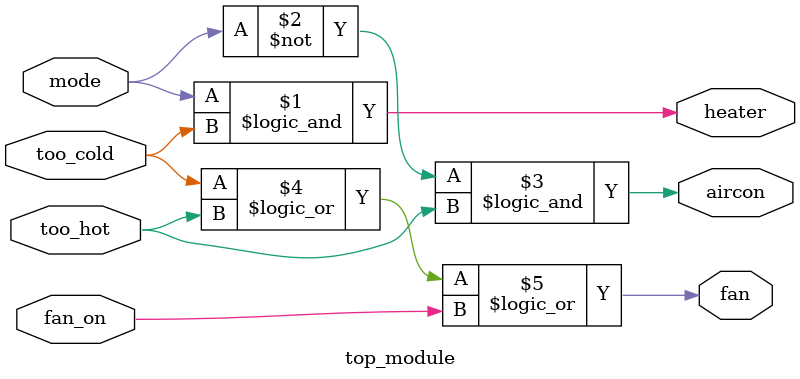
<source format=sv>
module top_module(
    input mode,
    input too_cold,
    input too_hot,
    input fan_on,
    output heater,
    output aircon,
    output fan
);
    
    // Heater control
    assign heater = mode && too_cold;
    
    // Air conditioner control
    assign aircon = ~mode && too_hot;
    
    // Fan control
    assign fan = too_cold || too_hot || fan_on;

endmodule

</source>
